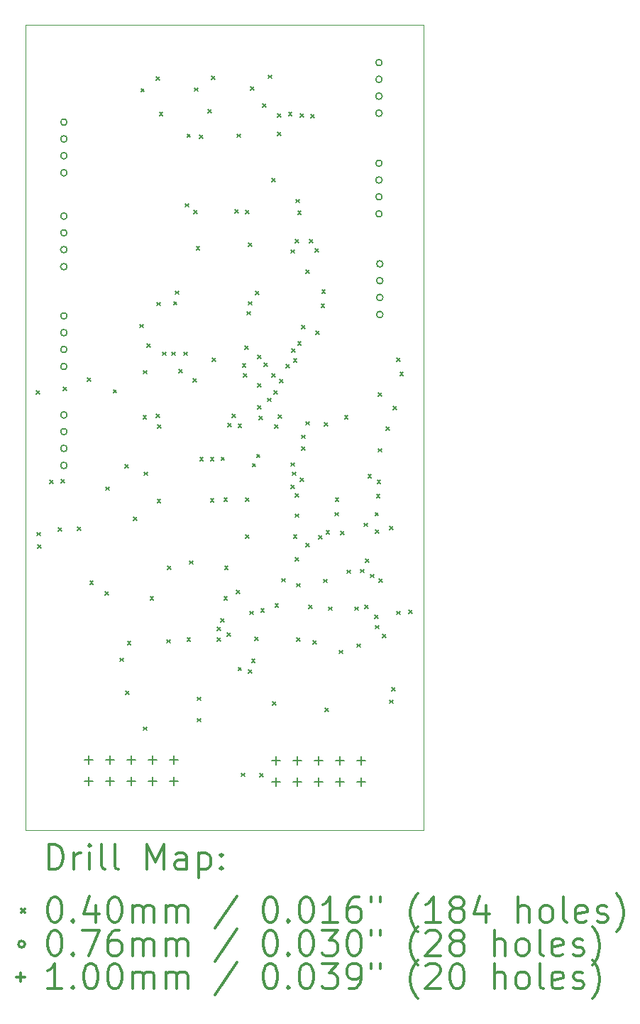
<source format=gbr>
%FSLAX45Y45*%
G04 Gerber Fmt 4.5, Leading zero omitted, Abs format (unit mm)*
G04 Created by KiCad (PCBNEW 5.1.9+dfsg1-1) date 2022-02-13 09:10:32*
%MOMM*%
%LPD*%
G01*
G04 APERTURE LIST*
%TA.AperFunction,Profile*%
%ADD10C,0.100000*%
%TD*%
%ADD11C,0.200000*%
%ADD12C,0.300000*%
G04 APERTURE END LIST*
D10*
X15950000Y-3900000D02*
X15950000Y-13500000D01*
X11200000Y-3900000D02*
X15950000Y-3900000D01*
X11200000Y-13500000D02*
X11200000Y-3900000D01*
X15950000Y-13500000D02*
X11200000Y-13500000D01*
D11*
X11329996Y-8260000D02*
X11369996Y-8300000D01*
X11369996Y-8260000D02*
X11329996Y-8300000D01*
X11340000Y-9950000D02*
X11380000Y-9990000D01*
X11380000Y-9950000D02*
X11340000Y-9990000D01*
X11349000Y-10099000D02*
X11389000Y-10139000D01*
X11389000Y-10099000D02*
X11349000Y-10139000D01*
X11490000Y-9330000D02*
X11530000Y-9370000D01*
X11530000Y-9330000D02*
X11490000Y-9370000D01*
X11596000Y-9894000D02*
X11636000Y-9934000D01*
X11636000Y-9894000D02*
X11596000Y-9934000D01*
X11630000Y-9320000D02*
X11670000Y-9360000D01*
X11670000Y-9320000D02*
X11630000Y-9360000D01*
X11650000Y-8220000D02*
X11690000Y-8260000D01*
X11690000Y-8220000D02*
X11650000Y-8260000D01*
X11820000Y-9890000D02*
X11860000Y-9930000D01*
X11860000Y-9890000D02*
X11820000Y-9930000D01*
X11940000Y-8110000D02*
X11980000Y-8150000D01*
X11980000Y-8110000D02*
X11940000Y-8150000D01*
X11970000Y-10530000D02*
X12010000Y-10570000D01*
X12010000Y-10530000D02*
X11970000Y-10570000D01*
X12150000Y-10660000D02*
X12190000Y-10700000D01*
X12190000Y-10660000D02*
X12150000Y-10700000D01*
X12160000Y-9410000D02*
X12200000Y-9450000D01*
X12200000Y-9410000D02*
X12160000Y-9450000D01*
X12250000Y-8250000D02*
X12290000Y-8290000D01*
X12290000Y-8250000D02*
X12250000Y-8290000D01*
X12330000Y-11450000D02*
X12370000Y-11490000D01*
X12370000Y-11450000D02*
X12330000Y-11490000D01*
X12390000Y-9140000D02*
X12430000Y-9180000D01*
X12430000Y-9140000D02*
X12390000Y-9180000D01*
X12395972Y-11845972D02*
X12435972Y-11885972D01*
X12435972Y-11845972D02*
X12395972Y-11885972D01*
X12420000Y-11250000D02*
X12460000Y-11290000D01*
X12460000Y-11250000D02*
X12420000Y-11290000D01*
X12490000Y-9770000D02*
X12530000Y-9810000D01*
X12530000Y-9770000D02*
X12490000Y-9810000D01*
X12570000Y-7470000D02*
X12610000Y-7510000D01*
X12610000Y-7470000D02*
X12570000Y-7510000D01*
X12580000Y-4660000D02*
X12620000Y-4700000D01*
X12620000Y-4660000D02*
X12580000Y-4700000D01*
X12604529Y-8555471D02*
X12644529Y-8595471D01*
X12644529Y-8555471D02*
X12604529Y-8595471D01*
X12610000Y-8020000D02*
X12650000Y-8060000D01*
X12650000Y-8020000D02*
X12610000Y-8060000D01*
X12610000Y-12270000D02*
X12650000Y-12310000D01*
X12650000Y-12270000D02*
X12610000Y-12310000D01*
X12620000Y-9230000D02*
X12660000Y-9270000D01*
X12660000Y-9230000D02*
X12620000Y-9270000D01*
X12650000Y-7700000D02*
X12690000Y-7740000D01*
X12690000Y-7700000D02*
X12650000Y-7740000D01*
X12690000Y-10720000D02*
X12730000Y-10760000D01*
X12730000Y-10720000D02*
X12690000Y-10760000D01*
X12760000Y-8540000D02*
X12800000Y-8580000D01*
X12800000Y-8540000D02*
X12760000Y-8580000D01*
X12760750Y-4520750D02*
X12800750Y-4560750D01*
X12800750Y-4520750D02*
X12760750Y-4560750D01*
X12772000Y-7208000D02*
X12812000Y-7248000D01*
X12812000Y-7208000D02*
X12772000Y-7248000D01*
X12775500Y-9554500D02*
X12815500Y-9594500D01*
X12815500Y-9554500D02*
X12775500Y-9594500D01*
X12779700Y-8667000D02*
X12819700Y-8707000D01*
X12819700Y-8667000D02*
X12779700Y-8707000D01*
X12800000Y-4940000D02*
X12840000Y-4980000D01*
X12840000Y-4940000D02*
X12800000Y-4980000D01*
X12840000Y-7800000D02*
X12880000Y-7840000D01*
X12880000Y-7800000D02*
X12840000Y-7840000D01*
X12890000Y-11230000D02*
X12930000Y-11270000D01*
X12930000Y-11230000D02*
X12890000Y-11270000D01*
X12900000Y-10350000D02*
X12940000Y-10390000D01*
X12940000Y-10350000D02*
X12900000Y-10390000D01*
X12950000Y-7800000D02*
X12990000Y-7840000D01*
X12990000Y-7800000D02*
X12950000Y-7840000D01*
X12970000Y-7200000D02*
X13010000Y-7240000D01*
X13010000Y-7200000D02*
X12970000Y-7240000D01*
X12989700Y-7073000D02*
X13029700Y-7113000D01*
X13029700Y-7073000D02*
X12989700Y-7113000D01*
X13030000Y-8010000D02*
X13070000Y-8050000D01*
X13070000Y-8010000D02*
X13030000Y-8050000D01*
X13090000Y-7800000D02*
X13130000Y-7840000D01*
X13130000Y-7800000D02*
X13090000Y-7840000D01*
X13110000Y-6030000D02*
X13150000Y-6070000D01*
X13150000Y-6030000D02*
X13110000Y-6070000D01*
X13130000Y-5200000D02*
X13170000Y-5240000D01*
X13170000Y-5200000D02*
X13130000Y-5240000D01*
X13130000Y-11210000D02*
X13170000Y-11250000D01*
X13170000Y-11210000D02*
X13130000Y-11250000D01*
X13160000Y-10290000D02*
X13200000Y-10330000D01*
X13200000Y-10290000D02*
X13160000Y-10330000D01*
X13200000Y-8120000D02*
X13240000Y-8160000D01*
X13240000Y-8120000D02*
X13200000Y-8160000D01*
X13210500Y-6110500D02*
X13250500Y-6150500D01*
X13250500Y-6110500D02*
X13210500Y-6150500D01*
X13220000Y-4650000D02*
X13260000Y-4690000D01*
X13260000Y-4650000D02*
X13220000Y-4690000D01*
X13240000Y-6540000D02*
X13280000Y-6580000D01*
X13280000Y-6540000D02*
X13240000Y-6580000D01*
X13250000Y-12170000D02*
X13290000Y-12210000D01*
X13290000Y-12170000D02*
X13250000Y-12210000D01*
X13255000Y-11915000D02*
X13295000Y-11955000D01*
X13295000Y-11915000D02*
X13255000Y-11955000D01*
X13277500Y-5212500D02*
X13317500Y-5252500D01*
X13317500Y-5212500D02*
X13277500Y-5252500D01*
X13283500Y-9056500D02*
X13323500Y-9096500D01*
X13323500Y-9056500D02*
X13283500Y-9096500D01*
X13380000Y-4910000D02*
X13420000Y-4950000D01*
X13420000Y-4910000D02*
X13380000Y-4950000D01*
X13410500Y-9060500D02*
X13450500Y-9100500D01*
X13450500Y-9060500D02*
X13410500Y-9100500D01*
X13410500Y-9550500D02*
X13450500Y-9590500D01*
X13450500Y-9550500D02*
X13410500Y-9590500D01*
X13423090Y-4513091D02*
X13463090Y-4553091D01*
X13463090Y-4513091D02*
X13423090Y-4553091D01*
X13430000Y-7870000D02*
X13470000Y-7910000D01*
X13470000Y-7870000D02*
X13430000Y-7910000D01*
X13490000Y-11080000D02*
X13530000Y-11120000D01*
X13530000Y-11080000D02*
X13490000Y-11120000D01*
X13490000Y-11210000D02*
X13530000Y-11250000D01*
X13530000Y-11210000D02*
X13490000Y-11250000D01*
X13530000Y-10980000D02*
X13570000Y-11020000D01*
X13570000Y-10980000D02*
X13530000Y-11020000D01*
X13537500Y-9052500D02*
X13577500Y-9092500D01*
X13577500Y-9052500D02*
X13537500Y-9092500D01*
X13570000Y-9540000D02*
X13610000Y-9580000D01*
X13610000Y-9540000D02*
X13570000Y-9580000D01*
X13570000Y-10720000D02*
X13610000Y-10760000D01*
X13610000Y-10720000D02*
X13570000Y-10760000D01*
X13580000Y-10350000D02*
X13620000Y-10390000D01*
X13620000Y-10350000D02*
X13580000Y-10390000D01*
X13610000Y-11150000D02*
X13650000Y-11190000D01*
X13650000Y-11150000D02*
X13610000Y-11190000D01*
X13620000Y-8650000D02*
X13660000Y-8690000D01*
X13660000Y-8650000D02*
X13620000Y-8690000D01*
X13670000Y-8540000D02*
X13710000Y-8580000D01*
X13710000Y-8540000D02*
X13670000Y-8580000D01*
X13700000Y-6100000D02*
X13740000Y-6140000D01*
X13740000Y-6100000D02*
X13700000Y-6140000D01*
X13720000Y-10640000D02*
X13760000Y-10680000D01*
X13760000Y-10640000D02*
X13720000Y-10680000D01*
X13730000Y-5200000D02*
X13770000Y-5240000D01*
X13770000Y-5200000D02*
X13730000Y-5240000D01*
X13740000Y-8660000D02*
X13780000Y-8700000D01*
X13780000Y-8660000D02*
X13740000Y-8700000D01*
X13740000Y-11560000D02*
X13780000Y-11600000D01*
X13780000Y-11560000D02*
X13740000Y-11600000D01*
X13780000Y-12820000D02*
X13820000Y-12860000D01*
X13820000Y-12820000D02*
X13780000Y-12860000D01*
X13790000Y-7940000D02*
X13830000Y-7980000D01*
X13830000Y-7940000D02*
X13790000Y-7980000D01*
X13802700Y-8060000D02*
X13842700Y-8100000D01*
X13842700Y-8060000D02*
X13802700Y-8100000D01*
X13820000Y-7730000D02*
X13860000Y-7770000D01*
X13860000Y-7730000D02*
X13820000Y-7770000D01*
X13830000Y-6110000D02*
X13870000Y-6150000D01*
X13870000Y-6110000D02*
X13830000Y-6150000D01*
X13830000Y-9540000D02*
X13870000Y-9580000D01*
X13870000Y-9540000D02*
X13830000Y-9580000D01*
X13830000Y-9980000D02*
X13870000Y-10020000D01*
X13870000Y-9980000D02*
X13830000Y-10020000D01*
X13848650Y-7318650D02*
X13888650Y-7358650D01*
X13888650Y-7318650D02*
X13848650Y-7358650D01*
X13860000Y-6500000D02*
X13900000Y-6540000D01*
X13900000Y-6500000D02*
X13860000Y-6540000D01*
X13860000Y-7200000D02*
X13900000Y-7240000D01*
X13900000Y-7200000D02*
X13860000Y-7240000D01*
X13860000Y-11590000D02*
X13900000Y-11630000D01*
X13900000Y-11590000D02*
X13860000Y-11630000D01*
X13880000Y-10890000D02*
X13920000Y-10930000D01*
X13920000Y-10890000D02*
X13880000Y-10930000D01*
X13889000Y-4639000D02*
X13929000Y-4679000D01*
X13929000Y-4639000D02*
X13889000Y-4679000D01*
X13900000Y-11460000D02*
X13940000Y-11500000D01*
X13940000Y-11460000D02*
X13900000Y-11500000D01*
X13910000Y-9130000D02*
X13950000Y-9170000D01*
X13950000Y-9130000D02*
X13910000Y-9170000D01*
X13940000Y-11200000D02*
X13980000Y-11240000D01*
X13980000Y-11200000D02*
X13940000Y-11240000D01*
X13945000Y-7075000D02*
X13985000Y-7115000D01*
X13985000Y-7075000D02*
X13945000Y-7115000D01*
X13960000Y-9020000D02*
X14000000Y-9060000D01*
X14000000Y-9020000D02*
X13960000Y-9060000D01*
X13970000Y-7840000D02*
X14010000Y-7880000D01*
X14010000Y-7840000D02*
X13970000Y-7880000D01*
X13970000Y-8180000D02*
X14010000Y-8220000D01*
X14010000Y-8180000D02*
X13970000Y-8220000D01*
X13970000Y-8440000D02*
X14010000Y-8480000D01*
X14010000Y-8440000D02*
X13970000Y-8480000D01*
X13990000Y-8567300D02*
X14030000Y-8607300D01*
X14030000Y-8567300D02*
X13990000Y-8607300D01*
X13995000Y-12825000D02*
X14035000Y-12865000D01*
X14035000Y-12825000D02*
X13995000Y-12865000D01*
X14010000Y-10860000D02*
X14050000Y-10900000D01*
X14050000Y-10860000D02*
X14010000Y-10900000D01*
X14030000Y-4840000D02*
X14070000Y-4880000D01*
X14070000Y-4840000D02*
X14030000Y-4880000D01*
X14050000Y-7930000D02*
X14090000Y-7970000D01*
X14090000Y-7930000D02*
X14050000Y-7970000D01*
X14090000Y-8350000D02*
X14130000Y-8390000D01*
X14130000Y-8350000D02*
X14090000Y-8390000D01*
X14098090Y-4498091D02*
X14138090Y-4538091D01*
X14138090Y-4498091D02*
X14098090Y-4538091D01*
X14140000Y-5730000D02*
X14180000Y-5770000D01*
X14180000Y-5730000D02*
X14140000Y-5770000D01*
X14140000Y-8060000D02*
X14180000Y-8100000D01*
X14180000Y-8060000D02*
X14140000Y-8100000D01*
X14150000Y-11970000D02*
X14190000Y-12010000D01*
X14190000Y-11970000D02*
X14150000Y-12010000D01*
X14170000Y-8260000D02*
X14210000Y-8300000D01*
X14210000Y-8260000D02*
X14170000Y-8300000D01*
X14173323Y-8670000D02*
X14213323Y-8710000D01*
X14213323Y-8670000D02*
X14173323Y-8710000D01*
X14180000Y-10800000D02*
X14220000Y-10840000D01*
X14220000Y-10800000D02*
X14180000Y-10840000D01*
X14210000Y-4960000D02*
X14250000Y-5000000D01*
X14250000Y-4960000D02*
X14210000Y-5000000D01*
X14210000Y-5180000D02*
X14250000Y-5220000D01*
X14250000Y-5180000D02*
X14210000Y-5220000D01*
X14220000Y-8550000D02*
X14260000Y-8590000D01*
X14260000Y-8550000D02*
X14220000Y-8590000D01*
X14234999Y-8125001D02*
X14274999Y-8165001D01*
X14274999Y-8125001D02*
X14234999Y-8165001D01*
X14260000Y-10500000D02*
X14300000Y-10540000D01*
X14300000Y-10500000D02*
X14260000Y-10540000D01*
X14310000Y-7950000D02*
X14350000Y-7990000D01*
X14350000Y-7950000D02*
X14310000Y-7990000D01*
X14340000Y-4940000D02*
X14380000Y-4980000D01*
X14380000Y-4940000D02*
X14340000Y-4980000D01*
X14370000Y-6580000D02*
X14410000Y-6620000D01*
X14410000Y-6580000D02*
X14370000Y-6620000D01*
X14370000Y-9120000D02*
X14410000Y-9160000D01*
X14410000Y-9120000D02*
X14370000Y-9160000D01*
X14370000Y-9390000D02*
X14410000Y-9430000D01*
X14410000Y-9390000D02*
X14370000Y-9430000D01*
X14380000Y-7760000D02*
X14420000Y-7800000D01*
X14420000Y-7760000D02*
X14380000Y-7800000D01*
X14390000Y-9230000D02*
X14430000Y-9270000D01*
X14430000Y-9230000D02*
X14390000Y-9270000D01*
X14400000Y-7880000D02*
X14440000Y-7920000D01*
X14440000Y-7880000D02*
X14400000Y-7920000D01*
X14400000Y-9980000D02*
X14440000Y-10020000D01*
X14440000Y-9980000D02*
X14400000Y-10020000D01*
X14420000Y-6460000D02*
X14460000Y-6500000D01*
X14460000Y-6460000D02*
X14420000Y-6500000D01*
X14420000Y-9490000D02*
X14460000Y-9530000D01*
X14460000Y-9490000D02*
X14420000Y-9530000D01*
X14420000Y-9730000D02*
X14460000Y-9770000D01*
X14460000Y-9730000D02*
X14420000Y-9770000D01*
X14420000Y-10250000D02*
X14460000Y-10290000D01*
X14460000Y-10250000D02*
X14420000Y-10290000D01*
X14430000Y-5980000D02*
X14470000Y-6020000D01*
X14470000Y-5980000D02*
X14430000Y-6020000D01*
X14436500Y-11206500D02*
X14476500Y-11246500D01*
X14476500Y-11206500D02*
X14436500Y-11246500D01*
X14440000Y-10560000D02*
X14480000Y-10600000D01*
X14480000Y-10560000D02*
X14440000Y-10600000D01*
X14450000Y-6120000D02*
X14490000Y-6160000D01*
X14490000Y-6120000D02*
X14450000Y-6160000D01*
X14450000Y-7680000D02*
X14490000Y-7720000D01*
X14490000Y-7680000D02*
X14450000Y-7720000D01*
X14480000Y-4960000D02*
X14520000Y-5000000D01*
X14520000Y-4960000D02*
X14480000Y-5000000D01*
X14480000Y-9300000D02*
X14520000Y-9340000D01*
X14520000Y-9300000D02*
X14480000Y-9340000D01*
X14500000Y-7480000D02*
X14540000Y-7520000D01*
X14540000Y-7480000D02*
X14500000Y-7520000D01*
X14500000Y-8790000D02*
X14540000Y-8830000D01*
X14540000Y-8790000D02*
X14500000Y-8830000D01*
X14500000Y-8930000D02*
X14540000Y-8970000D01*
X14540000Y-8930000D02*
X14500000Y-8970000D01*
X14550000Y-6820000D02*
X14590000Y-6860000D01*
X14590000Y-6820000D02*
X14550000Y-6860000D01*
X14550000Y-8630000D02*
X14590000Y-8670000D01*
X14590000Y-8630000D02*
X14550000Y-8670000D01*
X14550000Y-10080000D02*
X14590000Y-10120000D01*
X14590000Y-10080000D02*
X14550000Y-10120000D01*
X14580000Y-10820000D02*
X14620000Y-10860000D01*
X14620000Y-10820000D02*
X14580000Y-10860000D01*
X14590000Y-6460000D02*
X14630000Y-6500000D01*
X14630000Y-6460000D02*
X14590000Y-6500000D01*
X14610000Y-4970000D02*
X14650000Y-5010000D01*
X14650000Y-4970000D02*
X14610000Y-5010000D01*
X14630000Y-11240000D02*
X14670000Y-11280000D01*
X14670000Y-11240000D02*
X14630000Y-11280000D01*
X14660000Y-6570000D02*
X14700000Y-6610000D01*
X14700000Y-6570000D02*
X14660000Y-6610000D01*
X14667500Y-7552500D02*
X14707500Y-7592500D01*
X14707500Y-7552500D02*
X14667500Y-7592500D01*
X14700000Y-9990000D02*
X14740000Y-10030000D01*
X14740000Y-9990000D02*
X14700000Y-10030000D01*
X14730000Y-7230000D02*
X14770000Y-7270000D01*
X14770000Y-7230000D02*
X14730000Y-7270000D01*
X14740000Y-7060000D02*
X14780000Y-7100000D01*
X14780000Y-7060000D02*
X14740000Y-7100000D01*
X14760000Y-10510000D02*
X14800000Y-10550000D01*
X14800000Y-10510000D02*
X14760000Y-10550000D01*
X14770000Y-8640000D02*
X14810000Y-8680000D01*
X14810000Y-8640000D02*
X14770000Y-8680000D01*
X14775000Y-12045000D02*
X14815000Y-12085000D01*
X14815000Y-12045000D02*
X14775000Y-12085000D01*
X14790000Y-9930000D02*
X14830000Y-9970000D01*
X14830000Y-9930000D02*
X14790000Y-9970000D01*
X14820000Y-10840000D02*
X14860000Y-10880000D01*
X14860000Y-10840000D02*
X14820000Y-10880000D01*
X14895500Y-9714500D02*
X14935500Y-9754500D01*
X14935500Y-9714500D02*
X14895500Y-9754500D01*
X14900000Y-9540000D02*
X14940000Y-9580000D01*
X14940000Y-9540000D02*
X14900000Y-9580000D01*
X14944500Y-11355500D02*
X14984500Y-11395500D01*
X14984500Y-11355500D02*
X14944500Y-11395500D01*
X14962500Y-9937500D02*
X15002500Y-9977500D01*
X15002500Y-9937500D02*
X14962500Y-9977500D01*
X15010000Y-8560000D02*
X15050000Y-8600000D01*
X15050000Y-8560000D02*
X15010000Y-8600000D01*
X15040000Y-10400000D02*
X15080000Y-10440000D01*
X15080000Y-10400000D02*
X15040000Y-10440000D01*
X15130000Y-10840000D02*
X15170000Y-10880000D01*
X15170000Y-10840000D02*
X15130000Y-10880000D01*
X15160000Y-11280000D02*
X15200000Y-11320000D01*
X15200000Y-11280000D02*
X15160000Y-11320000D01*
X15200000Y-10390000D02*
X15240000Y-10430000D01*
X15240000Y-10390000D02*
X15200000Y-10430000D01*
X15240000Y-9840000D02*
X15280000Y-9880000D01*
X15280000Y-9840000D02*
X15240000Y-9880000D01*
X15250000Y-10820000D02*
X15290000Y-10860000D01*
X15290000Y-10820000D02*
X15250000Y-10860000D01*
X15260000Y-10270000D02*
X15300000Y-10310000D01*
X15300000Y-10270000D02*
X15260000Y-10310000D01*
X15290000Y-9260000D02*
X15330000Y-9300000D01*
X15330000Y-9260000D02*
X15290000Y-9300000D01*
X15320000Y-10450000D02*
X15360000Y-10490000D01*
X15360000Y-10450000D02*
X15320000Y-10490000D01*
X15370000Y-10940000D02*
X15410000Y-10980000D01*
X15410000Y-10940000D02*
X15370000Y-10980000D01*
X15374500Y-9714500D02*
X15414500Y-9754500D01*
X15414500Y-9714500D02*
X15374500Y-9754500D01*
X15380000Y-9920000D02*
X15420000Y-9960000D01*
X15420000Y-9920000D02*
X15380000Y-9960000D01*
X15380000Y-11060000D02*
X15420000Y-11100000D01*
X15420000Y-11060000D02*
X15380000Y-11100000D01*
X15390000Y-9500000D02*
X15430000Y-9540000D01*
X15430000Y-9500000D02*
X15390000Y-9540000D01*
X15400000Y-9330000D02*
X15440000Y-9370000D01*
X15440000Y-9330000D02*
X15400000Y-9370000D01*
X15410000Y-8290000D02*
X15450000Y-8330000D01*
X15450000Y-8290000D02*
X15410000Y-8330000D01*
X15412500Y-8952500D02*
X15452500Y-8992500D01*
X15452500Y-8952500D02*
X15412500Y-8992500D01*
X15417500Y-10507500D02*
X15457500Y-10547500D01*
X15457500Y-10507500D02*
X15417500Y-10547500D01*
X15465000Y-11165000D02*
X15505000Y-11205000D01*
X15505000Y-11165000D02*
X15465000Y-11205000D01*
X15505000Y-8695000D02*
X15545000Y-8735000D01*
X15545000Y-8695000D02*
X15505000Y-8735000D01*
X15550000Y-9880000D02*
X15590000Y-9920000D01*
X15590000Y-9880000D02*
X15550000Y-9920000D01*
X15550000Y-11950000D02*
X15590000Y-11990000D01*
X15590000Y-11950000D02*
X15550000Y-11990000D01*
X15570000Y-11800000D02*
X15610000Y-11840000D01*
X15610000Y-11800000D02*
X15570000Y-11840000D01*
X15590000Y-8450000D02*
X15630000Y-8490000D01*
X15630000Y-8450000D02*
X15590000Y-8490000D01*
X15630000Y-7870000D02*
X15670000Y-7910000D01*
X15670000Y-7870000D02*
X15630000Y-7910000D01*
X15630000Y-10890000D02*
X15670000Y-10930000D01*
X15670000Y-10890000D02*
X15630000Y-10930000D01*
X15670000Y-8040000D02*
X15710000Y-8080000D01*
X15710000Y-8040000D02*
X15670000Y-8080000D01*
X15775001Y-10874999D02*
X15815001Y-10914999D01*
X15815001Y-10874999D02*
X15775001Y-10914999D01*
X11698100Y-5060000D02*
G75*
G03*
X11698100Y-5060000I-38100J0D01*
G01*
X11698100Y-5260000D02*
G75*
G03*
X11698100Y-5260000I-38100J0D01*
G01*
X11698100Y-5460000D02*
G75*
G03*
X11698100Y-5460000I-38100J0D01*
G01*
X11698100Y-5663200D02*
G75*
G03*
X11698100Y-5663200I-38100J0D01*
G01*
X11698100Y-6180000D02*
G75*
G03*
X11698100Y-6180000I-38100J0D01*
G01*
X11698100Y-6380000D02*
G75*
G03*
X11698100Y-6380000I-38100J0D01*
G01*
X11698100Y-6580000D02*
G75*
G03*
X11698100Y-6580000I-38100J0D01*
G01*
X11698100Y-6783200D02*
G75*
G03*
X11698100Y-6783200I-38100J0D01*
G01*
X11698100Y-7370000D02*
G75*
G03*
X11698100Y-7370000I-38100J0D01*
G01*
X11698100Y-7570000D02*
G75*
G03*
X11698100Y-7570000I-38100J0D01*
G01*
X11698100Y-7770000D02*
G75*
G03*
X11698100Y-7770000I-38100J0D01*
G01*
X11698100Y-7973200D02*
G75*
G03*
X11698100Y-7973200I-38100J0D01*
G01*
X11698100Y-8550000D02*
G75*
G03*
X11698100Y-8550000I-38100J0D01*
G01*
X11698100Y-8750000D02*
G75*
G03*
X11698100Y-8750000I-38100J0D01*
G01*
X11698100Y-8950000D02*
G75*
G03*
X11698100Y-8950000I-38100J0D01*
G01*
X11698100Y-9153200D02*
G75*
G03*
X11698100Y-9153200I-38100J0D01*
G01*
X15458100Y-4350000D02*
G75*
G03*
X15458100Y-4350000I-38100J0D01*
G01*
X15458100Y-4550000D02*
G75*
G03*
X15458100Y-4550000I-38100J0D01*
G01*
X15458100Y-4750000D02*
G75*
G03*
X15458100Y-4750000I-38100J0D01*
G01*
X15458100Y-4953200D02*
G75*
G03*
X15458100Y-4953200I-38100J0D01*
G01*
X15458100Y-5550000D02*
G75*
G03*
X15458100Y-5550000I-38100J0D01*
G01*
X15458100Y-5750000D02*
G75*
G03*
X15458100Y-5750000I-38100J0D01*
G01*
X15458100Y-5950000D02*
G75*
G03*
X15458100Y-5950000I-38100J0D01*
G01*
X15458100Y-6153200D02*
G75*
G03*
X15458100Y-6153200I-38100J0D01*
G01*
X15468100Y-6750000D02*
G75*
G03*
X15468100Y-6750000I-38100J0D01*
G01*
X15468100Y-6950000D02*
G75*
G03*
X15468100Y-6950000I-38100J0D01*
G01*
X15468100Y-7150000D02*
G75*
G03*
X15468100Y-7150000I-38100J0D01*
G01*
X15468100Y-7353200D02*
G75*
G03*
X15468100Y-7353200I-38100J0D01*
G01*
X11954000Y-12616000D02*
X11954000Y-12716000D01*
X11904000Y-12666000D02*
X12004000Y-12666000D01*
X11954000Y-12870000D02*
X11954000Y-12970000D01*
X11904000Y-12920000D02*
X12004000Y-12920000D01*
X12208000Y-12616000D02*
X12208000Y-12716000D01*
X12158000Y-12666000D02*
X12258000Y-12666000D01*
X12208000Y-12870000D02*
X12208000Y-12970000D01*
X12158000Y-12920000D02*
X12258000Y-12920000D01*
X12462000Y-12616000D02*
X12462000Y-12716000D01*
X12412000Y-12666000D02*
X12512000Y-12666000D01*
X12462000Y-12870000D02*
X12462000Y-12970000D01*
X12412000Y-12920000D02*
X12512000Y-12920000D01*
X12716000Y-12616000D02*
X12716000Y-12716000D01*
X12666000Y-12666000D02*
X12766000Y-12666000D01*
X12716000Y-12870000D02*
X12716000Y-12970000D01*
X12666000Y-12920000D02*
X12766000Y-12920000D01*
X12970000Y-12616000D02*
X12970000Y-12716000D01*
X12920000Y-12666000D02*
X13020000Y-12666000D01*
X12970000Y-12870000D02*
X12970000Y-12970000D01*
X12920000Y-12920000D02*
X13020000Y-12920000D01*
X14190000Y-12620000D02*
X14190000Y-12720000D01*
X14140000Y-12670000D02*
X14240000Y-12670000D01*
X14190000Y-12874000D02*
X14190000Y-12974000D01*
X14140000Y-12924000D02*
X14240000Y-12924000D01*
X14444000Y-12620000D02*
X14444000Y-12720000D01*
X14394000Y-12670000D02*
X14494000Y-12670000D01*
X14444000Y-12874000D02*
X14444000Y-12974000D01*
X14394000Y-12924000D02*
X14494000Y-12924000D01*
X14698000Y-12620000D02*
X14698000Y-12720000D01*
X14648000Y-12670000D02*
X14748000Y-12670000D01*
X14698000Y-12874000D02*
X14698000Y-12974000D01*
X14648000Y-12924000D02*
X14748000Y-12924000D01*
X14952000Y-12620000D02*
X14952000Y-12720000D01*
X14902000Y-12670000D02*
X15002000Y-12670000D01*
X14952000Y-12874000D02*
X14952000Y-12974000D01*
X14902000Y-12924000D02*
X15002000Y-12924000D01*
X15206000Y-12620000D02*
X15206000Y-12720000D01*
X15156000Y-12670000D02*
X15256000Y-12670000D01*
X15206000Y-12874000D02*
X15206000Y-12974000D01*
X15156000Y-12924000D02*
X15256000Y-12924000D01*
D12*
X11481428Y-13970714D02*
X11481428Y-13670714D01*
X11552857Y-13670714D01*
X11595714Y-13685000D01*
X11624286Y-13713571D01*
X11638571Y-13742143D01*
X11652857Y-13799286D01*
X11652857Y-13842143D01*
X11638571Y-13899286D01*
X11624286Y-13927857D01*
X11595714Y-13956429D01*
X11552857Y-13970714D01*
X11481428Y-13970714D01*
X11781428Y-13970714D02*
X11781428Y-13770714D01*
X11781428Y-13827857D02*
X11795714Y-13799286D01*
X11810000Y-13785000D01*
X11838571Y-13770714D01*
X11867143Y-13770714D01*
X11967143Y-13970714D02*
X11967143Y-13770714D01*
X11967143Y-13670714D02*
X11952857Y-13685000D01*
X11967143Y-13699286D01*
X11981428Y-13685000D01*
X11967143Y-13670714D01*
X11967143Y-13699286D01*
X12152857Y-13970714D02*
X12124286Y-13956429D01*
X12110000Y-13927857D01*
X12110000Y-13670714D01*
X12310000Y-13970714D02*
X12281428Y-13956429D01*
X12267143Y-13927857D01*
X12267143Y-13670714D01*
X12652857Y-13970714D02*
X12652857Y-13670714D01*
X12752857Y-13885000D01*
X12852857Y-13670714D01*
X12852857Y-13970714D01*
X13124286Y-13970714D02*
X13124286Y-13813571D01*
X13110000Y-13785000D01*
X13081428Y-13770714D01*
X13024286Y-13770714D01*
X12995714Y-13785000D01*
X13124286Y-13956429D02*
X13095714Y-13970714D01*
X13024286Y-13970714D01*
X12995714Y-13956429D01*
X12981428Y-13927857D01*
X12981428Y-13899286D01*
X12995714Y-13870714D01*
X13024286Y-13856429D01*
X13095714Y-13856429D01*
X13124286Y-13842143D01*
X13267143Y-13770714D02*
X13267143Y-14070714D01*
X13267143Y-13785000D02*
X13295714Y-13770714D01*
X13352857Y-13770714D01*
X13381428Y-13785000D01*
X13395714Y-13799286D01*
X13410000Y-13827857D01*
X13410000Y-13913571D01*
X13395714Y-13942143D01*
X13381428Y-13956429D01*
X13352857Y-13970714D01*
X13295714Y-13970714D01*
X13267143Y-13956429D01*
X13538571Y-13942143D02*
X13552857Y-13956429D01*
X13538571Y-13970714D01*
X13524286Y-13956429D01*
X13538571Y-13942143D01*
X13538571Y-13970714D01*
X13538571Y-13785000D02*
X13552857Y-13799286D01*
X13538571Y-13813571D01*
X13524286Y-13799286D01*
X13538571Y-13785000D01*
X13538571Y-13813571D01*
X11155000Y-14445000D02*
X11195000Y-14485000D01*
X11195000Y-14445000D02*
X11155000Y-14485000D01*
X11538571Y-14300714D02*
X11567143Y-14300714D01*
X11595714Y-14315000D01*
X11610000Y-14329286D01*
X11624286Y-14357857D01*
X11638571Y-14415000D01*
X11638571Y-14486429D01*
X11624286Y-14543571D01*
X11610000Y-14572143D01*
X11595714Y-14586429D01*
X11567143Y-14600714D01*
X11538571Y-14600714D01*
X11510000Y-14586429D01*
X11495714Y-14572143D01*
X11481428Y-14543571D01*
X11467143Y-14486429D01*
X11467143Y-14415000D01*
X11481428Y-14357857D01*
X11495714Y-14329286D01*
X11510000Y-14315000D01*
X11538571Y-14300714D01*
X11767143Y-14572143D02*
X11781428Y-14586429D01*
X11767143Y-14600714D01*
X11752857Y-14586429D01*
X11767143Y-14572143D01*
X11767143Y-14600714D01*
X12038571Y-14400714D02*
X12038571Y-14600714D01*
X11967143Y-14286429D02*
X11895714Y-14500714D01*
X12081428Y-14500714D01*
X12252857Y-14300714D02*
X12281428Y-14300714D01*
X12310000Y-14315000D01*
X12324286Y-14329286D01*
X12338571Y-14357857D01*
X12352857Y-14415000D01*
X12352857Y-14486429D01*
X12338571Y-14543571D01*
X12324286Y-14572143D01*
X12310000Y-14586429D01*
X12281428Y-14600714D01*
X12252857Y-14600714D01*
X12224286Y-14586429D01*
X12210000Y-14572143D01*
X12195714Y-14543571D01*
X12181428Y-14486429D01*
X12181428Y-14415000D01*
X12195714Y-14357857D01*
X12210000Y-14329286D01*
X12224286Y-14315000D01*
X12252857Y-14300714D01*
X12481428Y-14600714D02*
X12481428Y-14400714D01*
X12481428Y-14429286D02*
X12495714Y-14415000D01*
X12524286Y-14400714D01*
X12567143Y-14400714D01*
X12595714Y-14415000D01*
X12610000Y-14443571D01*
X12610000Y-14600714D01*
X12610000Y-14443571D02*
X12624286Y-14415000D01*
X12652857Y-14400714D01*
X12695714Y-14400714D01*
X12724286Y-14415000D01*
X12738571Y-14443571D01*
X12738571Y-14600714D01*
X12881428Y-14600714D02*
X12881428Y-14400714D01*
X12881428Y-14429286D02*
X12895714Y-14415000D01*
X12924286Y-14400714D01*
X12967143Y-14400714D01*
X12995714Y-14415000D01*
X13010000Y-14443571D01*
X13010000Y-14600714D01*
X13010000Y-14443571D02*
X13024286Y-14415000D01*
X13052857Y-14400714D01*
X13095714Y-14400714D01*
X13124286Y-14415000D01*
X13138571Y-14443571D01*
X13138571Y-14600714D01*
X13724286Y-14286429D02*
X13467143Y-14672143D01*
X14110000Y-14300714D02*
X14138571Y-14300714D01*
X14167143Y-14315000D01*
X14181428Y-14329286D01*
X14195714Y-14357857D01*
X14210000Y-14415000D01*
X14210000Y-14486429D01*
X14195714Y-14543571D01*
X14181428Y-14572143D01*
X14167143Y-14586429D01*
X14138571Y-14600714D01*
X14110000Y-14600714D01*
X14081428Y-14586429D01*
X14067143Y-14572143D01*
X14052857Y-14543571D01*
X14038571Y-14486429D01*
X14038571Y-14415000D01*
X14052857Y-14357857D01*
X14067143Y-14329286D01*
X14081428Y-14315000D01*
X14110000Y-14300714D01*
X14338571Y-14572143D02*
X14352857Y-14586429D01*
X14338571Y-14600714D01*
X14324286Y-14586429D01*
X14338571Y-14572143D01*
X14338571Y-14600714D01*
X14538571Y-14300714D02*
X14567143Y-14300714D01*
X14595714Y-14315000D01*
X14610000Y-14329286D01*
X14624286Y-14357857D01*
X14638571Y-14415000D01*
X14638571Y-14486429D01*
X14624286Y-14543571D01*
X14610000Y-14572143D01*
X14595714Y-14586429D01*
X14567143Y-14600714D01*
X14538571Y-14600714D01*
X14510000Y-14586429D01*
X14495714Y-14572143D01*
X14481428Y-14543571D01*
X14467143Y-14486429D01*
X14467143Y-14415000D01*
X14481428Y-14357857D01*
X14495714Y-14329286D01*
X14510000Y-14315000D01*
X14538571Y-14300714D01*
X14924286Y-14600714D02*
X14752857Y-14600714D01*
X14838571Y-14600714D02*
X14838571Y-14300714D01*
X14810000Y-14343571D01*
X14781428Y-14372143D01*
X14752857Y-14386429D01*
X15181428Y-14300714D02*
X15124286Y-14300714D01*
X15095714Y-14315000D01*
X15081428Y-14329286D01*
X15052857Y-14372143D01*
X15038571Y-14429286D01*
X15038571Y-14543571D01*
X15052857Y-14572143D01*
X15067143Y-14586429D01*
X15095714Y-14600714D01*
X15152857Y-14600714D01*
X15181428Y-14586429D01*
X15195714Y-14572143D01*
X15210000Y-14543571D01*
X15210000Y-14472143D01*
X15195714Y-14443571D01*
X15181428Y-14429286D01*
X15152857Y-14415000D01*
X15095714Y-14415000D01*
X15067143Y-14429286D01*
X15052857Y-14443571D01*
X15038571Y-14472143D01*
X15324286Y-14300714D02*
X15324286Y-14357857D01*
X15438571Y-14300714D02*
X15438571Y-14357857D01*
X15881428Y-14715000D02*
X15867143Y-14700714D01*
X15838571Y-14657857D01*
X15824286Y-14629286D01*
X15810000Y-14586429D01*
X15795714Y-14515000D01*
X15795714Y-14457857D01*
X15810000Y-14386429D01*
X15824286Y-14343571D01*
X15838571Y-14315000D01*
X15867143Y-14272143D01*
X15881428Y-14257857D01*
X16152857Y-14600714D02*
X15981428Y-14600714D01*
X16067143Y-14600714D02*
X16067143Y-14300714D01*
X16038571Y-14343571D01*
X16010000Y-14372143D01*
X15981428Y-14386429D01*
X16324286Y-14429286D02*
X16295714Y-14415000D01*
X16281428Y-14400714D01*
X16267143Y-14372143D01*
X16267143Y-14357857D01*
X16281428Y-14329286D01*
X16295714Y-14315000D01*
X16324286Y-14300714D01*
X16381428Y-14300714D01*
X16410000Y-14315000D01*
X16424286Y-14329286D01*
X16438571Y-14357857D01*
X16438571Y-14372143D01*
X16424286Y-14400714D01*
X16410000Y-14415000D01*
X16381428Y-14429286D01*
X16324286Y-14429286D01*
X16295714Y-14443571D01*
X16281428Y-14457857D01*
X16267143Y-14486429D01*
X16267143Y-14543571D01*
X16281428Y-14572143D01*
X16295714Y-14586429D01*
X16324286Y-14600714D01*
X16381428Y-14600714D01*
X16410000Y-14586429D01*
X16424286Y-14572143D01*
X16438571Y-14543571D01*
X16438571Y-14486429D01*
X16424286Y-14457857D01*
X16410000Y-14443571D01*
X16381428Y-14429286D01*
X16695714Y-14400714D02*
X16695714Y-14600714D01*
X16624286Y-14286429D02*
X16552857Y-14500714D01*
X16738571Y-14500714D01*
X17081428Y-14600714D02*
X17081428Y-14300714D01*
X17210000Y-14600714D02*
X17210000Y-14443571D01*
X17195714Y-14415000D01*
X17167143Y-14400714D01*
X17124286Y-14400714D01*
X17095714Y-14415000D01*
X17081428Y-14429286D01*
X17395714Y-14600714D02*
X17367143Y-14586429D01*
X17352857Y-14572143D01*
X17338571Y-14543571D01*
X17338571Y-14457857D01*
X17352857Y-14429286D01*
X17367143Y-14415000D01*
X17395714Y-14400714D01*
X17438571Y-14400714D01*
X17467143Y-14415000D01*
X17481428Y-14429286D01*
X17495714Y-14457857D01*
X17495714Y-14543571D01*
X17481428Y-14572143D01*
X17467143Y-14586429D01*
X17438571Y-14600714D01*
X17395714Y-14600714D01*
X17667143Y-14600714D02*
X17638571Y-14586429D01*
X17624286Y-14557857D01*
X17624286Y-14300714D01*
X17895714Y-14586429D02*
X17867143Y-14600714D01*
X17810000Y-14600714D01*
X17781428Y-14586429D01*
X17767143Y-14557857D01*
X17767143Y-14443571D01*
X17781428Y-14415000D01*
X17810000Y-14400714D01*
X17867143Y-14400714D01*
X17895714Y-14415000D01*
X17910000Y-14443571D01*
X17910000Y-14472143D01*
X17767143Y-14500714D01*
X18024286Y-14586429D02*
X18052857Y-14600714D01*
X18110000Y-14600714D01*
X18138571Y-14586429D01*
X18152857Y-14557857D01*
X18152857Y-14543571D01*
X18138571Y-14515000D01*
X18110000Y-14500714D01*
X18067143Y-14500714D01*
X18038571Y-14486429D01*
X18024286Y-14457857D01*
X18024286Y-14443571D01*
X18038571Y-14415000D01*
X18067143Y-14400714D01*
X18110000Y-14400714D01*
X18138571Y-14415000D01*
X18252857Y-14715000D02*
X18267143Y-14700714D01*
X18295714Y-14657857D01*
X18310000Y-14629286D01*
X18324286Y-14586429D01*
X18338571Y-14515000D01*
X18338571Y-14457857D01*
X18324286Y-14386429D01*
X18310000Y-14343571D01*
X18295714Y-14315000D01*
X18267143Y-14272143D01*
X18252857Y-14257857D01*
X11195000Y-14861000D02*
G75*
G03*
X11195000Y-14861000I-38100J0D01*
G01*
X11538571Y-14696714D02*
X11567143Y-14696714D01*
X11595714Y-14711000D01*
X11610000Y-14725286D01*
X11624286Y-14753857D01*
X11638571Y-14811000D01*
X11638571Y-14882429D01*
X11624286Y-14939571D01*
X11610000Y-14968143D01*
X11595714Y-14982429D01*
X11567143Y-14996714D01*
X11538571Y-14996714D01*
X11510000Y-14982429D01*
X11495714Y-14968143D01*
X11481428Y-14939571D01*
X11467143Y-14882429D01*
X11467143Y-14811000D01*
X11481428Y-14753857D01*
X11495714Y-14725286D01*
X11510000Y-14711000D01*
X11538571Y-14696714D01*
X11767143Y-14968143D02*
X11781428Y-14982429D01*
X11767143Y-14996714D01*
X11752857Y-14982429D01*
X11767143Y-14968143D01*
X11767143Y-14996714D01*
X11881428Y-14696714D02*
X12081428Y-14696714D01*
X11952857Y-14996714D01*
X12324286Y-14696714D02*
X12267143Y-14696714D01*
X12238571Y-14711000D01*
X12224286Y-14725286D01*
X12195714Y-14768143D01*
X12181428Y-14825286D01*
X12181428Y-14939571D01*
X12195714Y-14968143D01*
X12210000Y-14982429D01*
X12238571Y-14996714D01*
X12295714Y-14996714D01*
X12324286Y-14982429D01*
X12338571Y-14968143D01*
X12352857Y-14939571D01*
X12352857Y-14868143D01*
X12338571Y-14839571D01*
X12324286Y-14825286D01*
X12295714Y-14811000D01*
X12238571Y-14811000D01*
X12210000Y-14825286D01*
X12195714Y-14839571D01*
X12181428Y-14868143D01*
X12481428Y-14996714D02*
X12481428Y-14796714D01*
X12481428Y-14825286D02*
X12495714Y-14811000D01*
X12524286Y-14796714D01*
X12567143Y-14796714D01*
X12595714Y-14811000D01*
X12610000Y-14839571D01*
X12610000Y-14996714D01*
X12610000Y-14839571D02*
X12624286Y-14811000D01*
X12652857Y-14796714D01*
X12695714Y-14796714D01*
X12724286Y-14811000D01*
X12738571Y-14839571D01*
X12738571Y-14996714D01*
X12881428Y-14996714D02*
X12881428Y-14796714D01*
X12881428Y-14825286D02*
X12895714Y-14811000D01*
X12924286Y-14796714D01*
X12967143Y-14796714D01*
X12995714Y-14811000D01*
X13010000Y-14839571D01*
X13010000Y-14996714D01*
X13010000Y-14839571D02*
X13024286Y-14811000D01*
X13052857Y-14796714D01*
X13095714Y-14796714D01*
X13124286Y-14811000D01*
X13138571Y-14839571D01*
X13138571Y-14996714D01*
X13724286Y-14682429D02*
X13467143Y-15068143D01*
X14110000Y-14696714D02*
X14138571Y-14696714D01*
X14167143Y-14711000D01*
X14181428Y-14725286D01*
X14195714Y-14753857D01*
X14210000Y-14811000D01*
X14210000Y-14882429D01*
X14195714Y-14939571D01*
X14181428Y-14968143D01*
X14167143Y-14982429D01*
X14138571Y-14996714D01*
X14110000Y-14996714D01*
X14081428Y-14982429D01*
X14067143Y-14968143D01*
X14052857Y-14939571D01*
X14038571Y-14882429D01*
X14038571Y-14811000D01*
X14052857Y-14753857D01*
X14067143Y-14725286D01*
X14081428Y-14711000D01*
X14110000Y-14696714D01*
X14338571Y-14968143D02*
X14352857Y-14982429D01*
X14338571Y-14996714D01*
X14324286Y-14982429D01*
X14338571Y-14968143D01*
X14338571Y-14996714D01*
X14538571Y-14696714D02*
X14567143Y-14696714D01*
X14595714Y-14711000D01*
X14610000Y-14725286D01*
X14624286Y-14753857D01*
X14638571Y-14811000D01*
X14638571Y-14882429D01*
X14624286Y-14939571D01*
X14610000Y-14968143D01*
X14595714Y-14982429D01*
X14567143Y-14996714D01*
X14538571Y-14996714D01*
X14510000Y-14982429D01*
X14495714Y-14968143D01*
X14481428Y-14939571D01*
X14467143Y-14882429D01*
X14467143Y-14811000D01*
X14481428Y-14753857D01*
X14495714Y-14725286D01*
X14510000Y-14711000D01*
X14538571Y-14696714D01*
X14738571Y-14696714D02*
X14924286Y-14696714D01*
X14824286Y-14811000D01*
X14867143Y-14811000D01*
X14895714Y-14825286D01*
X14910000Y-14839571D01*
X14924286Y-14868143D01*
X14924286Y-14939571D01*
X14910000Y-14968143D01*
X14895714Y-14982429D01*
X14867143Y-14996714D01*
X14781428Y-14996714D01*
X14752857Y-14982429D01*
X14738571Y-14968143D01*
X15110000Y-14696714D02*
X15138571Y-14696714D01*
X15167143Y-14711000D01*
X15181428Y-14725286D01*
X15195714Y-14753857D01*
X15210000Y-14811000D01*
X15210000Y-14882429D01*
X15195714Y-14939571D01*
X15181428Y-14968143D01*
X15167143Y-14982429D01*
X15138571Y-14996714D01*
X15110000Y-14996714D01*
X15081428Y-14982429D01*
X15067143Y-14968143D01*
X15052857Y-14939571D01*
X15038571Y-14882429D01*
X15038571Y-14811000D01*
X15052857Y-14753857D01*
X15067143Y-14725286D01*
X15081428Y-14711000D01*
X15110000Y-14696714D01*
X15324286Y-14696714D02*
X15324286Y-14753857D01*
X15438571Y-14696714D02*
X15438571Y-14753857D01*
X15881428Y-15111000D02*
X15867143Y-15096714D01*
X15838571Y-15053857D01*
X15824286Y-15025286D01*
X15810000Y-14982429D01*
X15795714Y-14911000D01*
X15795714Y-14853857D01*
X15810000Y-14782429D01*
X15824286Y-14739571D01*
X15838571Y-14711000D01*
X15867143Y-14668143D01*
X15881428Y-14653857D01*
X15981428Y-14725286D02*
X15995714Y-14711000D01*
X16024286Y-14696714D01*
X16095714Y-14696714D01*
X16124286Y-14711000D01*
X16138571Y-14725286D01*
X16152857Y-14753857D01*
X16152857Y-14782429D01*
X16138571Y-14825286D01*
X15967143Y-14996714D01*
X16152857Y-14996714D01*
X16324286Y-14825286D02*
X16295714Y-14811000D01*
X16281428Y-14796714D01*
X16267143Y-14768143D01*
X16267143Y-14753857D01*
X16281428Y-14725286D01*
X16295714Y-14711000D01*
X16324286Y-14696714D01*
X16381428Y-14696714D01*
X16410000Y-14711000D01*
X16424286Y-14725286D01*
X16438571Y-14753857D01*
X16438571Y-14768143D01*
X16424286Y-14796714D01*
X16410000Y-14811000D01*
X16381428Y-14825286D01*
X16324286Y-14825286D01*
X16295714Y-14839571D01*
X16281428Y-14853857D01*
X16267143Y-14882429D01*
X16267143Y-14939571D01*
X16281428Y-14968143D01*
X16295714Y-14982429D01*
X16324286Y-14996714D01*
X16381428Y-14996714D01*
X16410000Y-14982429D01*
X16424286Y-14968143D01*
X16438571Y-14939571D01*
X16438571Y-14882429D01*
X16424286Y-14853857D01*
X16410000Y-14839571D01*
X16381428Y-14825286D01*
X16795714Y-14996714D02*
X16795714Y-14696714D01*
X16924286Y-14996714D02*
X16924286Y-14839571D01*
X16910000Y-14811000D01*
X16881428Y-14796714D01*
X16838571Y-14796714D01*
X16810000Y-14811000D01*
X16795714Y-14825286D01*
X17110000Y-14996714D02*
X17081428Y-14982429D01*
X17067143Y-14968143D01*
X17052857Y-14939571D01*
X17052857Y-14853857D01*
X17067143Y-14825286D01*
X17081428Y-14811000D01*
X17110000Y-14796714D01*
X17152857Y-14796714D01*
X17181428Y-14811000D01*
X17195714Y-14825286D01*
X17210000Y-14853857D01*
X17210000Y-14939571D01*
X17195714Y-14968143D01*
X17181428Y-14982429D01*
X17152857Y-14996714D01*
X17110000Y-14996714D01*
X17381428Y-14996714D02*
X17352857Y-14982429D01*
X17338571Y-14953857D01*
X17338571Y-14696714D01*
X17610000Y-14982429D02*
X17581428Y-14996714D01*
X17524286Y-14996714D01*
X17495714Y-14982429D01*
X17481428Y-14953857D01*
X17481428Y-14839571D01*
X17495714Y-14811000D01*
X17524286Y-14796714D01*
X17581428Y-14796714D01*
X17610000Y-14811000D01*
X17624286Y-14839571D01*
X17624286Y-14868143D01*
X17481428Y-14896714D01*
X17738571Y-14982429D02*
X17767143Y-14996714D01*
X17824286Y-14996714D01*
X17852857Y-14982429D01*
X17867143Y-14953857D01*
X17867143Y-14939571D01*
X17852857Y-14911000D01*
X17824286Y-14896714D01*
X17781428Y-14896714D01*
X17752857Y-14882429D01*
X17738571Y-14853857D01*
X17738571Y-14839571D01*
X17752857Y-14811000D01*
X17781428Y-14796714D01*
X17824286Y-14796714D01*
X17852857Y-14811000D01*
X17967143Y-15111000D02*
X17981428Y-15096714D01*
X18010000Y-15053857D01*
X18024286Y-15025286D01*
X18038571Y-14982429D01*
X18052857Y-14911000D01*
X18052857Y-14853857D01*
X18038571Y-14782429D01*
X18024286Y-14739571D01*
X18010000Y-14711000D01*
X17981428Y-14668143D01*
X17967143Y-14653857D01*
X11145000Y-15207000D02*
X11145000Y-15307000D01*
X11095000Y-15257000D02*
X11195000Y-15257000D01*
X11638571Y-15392714D02*
X11467143Y-15392714D01*
X11552857Y-15392714D02*
X11552857Y-15092714D01*
X11524286Y-15135571D01*
X11495714Y-15164143D01*
X11467143Y-15178429D01*
X11767143Y-15364143D02*
X11781428Y-15378429D01*
X11767143Y-15392714D01*
X11752857Y-15378429D01*
X11767143Y-15364143D01*
X11767143Y-15392714D01*
X11967143Y-15092714D02*
X11995714Y-15092714D01*
X12024286Y-15107000D01*
X12038571Y-15121286D01*
X12052857Y-15149857D01*
X12067143Y-15207000D01*
X12067143Y-15278429D01*
X12052857Y-15335571D01*
X12038571Y-15364143D01*
X12024286Y-15378429D01*
X11995714Y-15392714D01*
X11967143Y-15392714D01*
X11938571Y-15378429D01*
X11924286Y-15364143D01*
X11910000Y-15335571D01*
X11895714Y-15278429D01*
X11895714Y-15207000D01*
X11910000Y-15149857D01*
X11924286Y-15121286D01*
X11938571Y-15107000D01*
X11967143Y-15092714D01*
X12252857Y-15092714D02*
X12281428Y-15092714D01*
X12310000Y-15107000D01*
X12324286Y-15121286D01*
X12338571Y-15149857D01*
X12352857Y-15207000D01*
X12352857Y-15278429D01*
X12338571Y-15335571D01*
X12324286Y-15364143D01*
X12310000Y-15378429D01*
X12281428Y-15392714D01*
X12252857Y-15392714D01*
X12224286Y-15378429D01*
X12210000Y-15364143D01*
X12195714Y-15335571D01*
X12181428Y-15278429D01*
X12181428Y-15207000D01*
X12195714Y-15149857D01*
X12210000Y-15121286D01*
X12224286Y-15107000D01*
X12252857Y-15092714D01*
X12481428Y-15392714D02*
X12481428Y-15192714D01*
X12481428Y-15221286D02*
X12495714Y-15207000D01*
X12524286Y-15192714D01*
X12567143Y-15192714D01*
X12595714Y-15207000D01*
X12610000Y-15235571D01*
X12610000Y-15392714D01*
X12610000Y-15235571D02*
X12624286Y-15207000D01*
X12652857Y-15192714D01*
X12695714Y-15192714D01*
X12724286Y-15207000D01*
X12738571Y-15235571D01*
X12738571Y-15392714D01*
X12881428Y-15392714D02*
X12881428Y-15192714D01*
X12881428Y-15221286D02*
X12895714Y-15207000D01*
X12924286Y-15192714D01*
X12967143Y-15192714D01*
X12995714Y-15207000D01*
X13010000Y-15235571D01*
X13010000Y-15392714D01*
X13010000Y-15235571D02*
X13024286Y-15207000D01*
X13052857Y-15192714D01*
X13095714Y-15192714D01*
X13124286Y-15207000D01*
X13138571Y-15235571D01*
X13138571Y-15392714D01*
X13724286Y-15078429D02*
X13467143Y-15464143D01*
X14110000Y-15092714D02*
X14138571Y-15092714D01*
X14167143Y-15107000D01*
X14181428Y-15121286D01*
X14195714Y-15149857D01*
X14210000Y-15207000D01*
X14210000Y-15278429D01*
X14195714Y-15335571D01*
X14181428Y-15364143D01*
X14167143Y-15378429D01*
X14138571Y-15392714D01*
X14110000Y-15392714D01*
X14081428Y-15378429D01*
X14067143Y-15364143D01*
X14052857Y-15335571D01*
X14038571Y-15278429D01*
X14038571Y-15207000D01*
X14052857Y-15149857D01*
X14067143Y-15121286D01*
X14081428Y-15107000D01*
X14110000Y-15092714D01*
X14338571Y-15364143D02*
X14352857Y-15378429D01*
X14338571Y-15392714D01*
X14324286Y-15378429D01*
X14338571Y-15364143D01*
X14338571Y-15392714D01*
X14538571Y-15092714D02*
X14567143Y-15092714D01*
X14595714Y-15107000D01*
X14610000Y-15121286D01*
X14624286Y-15149857D01*
X14638571Y-15207000D01*
X14638571Y-15278429D01*
X14624286Y-15335571D01*
X14610000Y-15364143D01*
X14595714Y-15378429D01*
X14567143Y-15392714D01*
X14538571Y-15392714D01*
X14510000Y-15378429D01*
X14495714Y-15364143D01*
X14481428Y-15335571D01*
X14467143Y-15278429D01*
X14467143Y-15207000D01*
X14481428Y-15149857D01*
X14495714Y-15121286D01*
X14510000Y-15107000D01*
X14538571Y-15092714D01*
X14738571Y-15092714D02*
X14924286Y-15092714D01*
X14824286Y-15207000D01*
X14867143Y-15207000D01*
X14895714Y-15221286D01*
X14910000Y-15235571D01*
X14924286Y-15264143D01*
X14924286Y-15335571D01*
X14910000Y-15364143D01*
X14895714Y-15378429D01*
X14867143Y-15392714D01*
X14781428Y-15392714D01*
X14752857Y-15378429D01*
X14738571Y-15364143D01*
X15067143Y-15392714D02*
X15124286Y-15392714D01*
X15152857Y-15378429D01*
X15167143Y-15364143D01*
X15195714Y-15321286D01*
X15210000Y-15264143D01*
X15210000Y-15149857D01*
X15195714Y-15121286D01*
X15181428Y-15107000D01*
X15152857Y-15092714D01*
X15095714Y-15092714D01*
X15067143Y-15107000D01*
X15052857Y-15121286D01*
X15038571Y-15149857D01*
X15038571Y-15221286D01*
X15052857Y-15249857D01*
X15067143Y-15264143D01*
X15095714Y-15278429D01*
X15152857Y-15278429D01*
X15181428Y-15264143D01*
X15195714Y-15249857D01*
X15210000Y-15221286D01*
X15324286Y-15092714D02*
X15324286Y-15149857D01*
X15438571Y-15092714D02*
X15438571Y-15149857D01*
X15881428Y-15507000D02*
X15867143Y-15492714D01*
X15838571Y-15449857D01*
X15824286Y-15421286D01*
X15810000Y-15378429D01*
X15795714Y-15307000D01*
X15795714Y-15249857D01*
X15810000Y-15178429D01*
X15824286Y-15135571D01*
X15838571Y-15107000D01*
X15867143Y-15064143D01*
X15881428Y-15049857D01*
X15981428Y-15121286D02*
X15995714Y-15107000D01*
X16024286Y-15092714D01*
X16095714Y-15092714D01*
X16124286Y-15107000D01*
X16138571Y-15121286D01*
X16152857Y-15149857D01*
X16152857Y-15178429D01*
X16138571Y-15221286D01*
X15967143Y-15392714D01*
X16152857Y-15392714D01*
X16338571Y-15092714D02*
X16367143Y-15092714D01*
X16395714Y-15107000D01*
X16410000Y-15121286D01*
X16424286Y-15149857D01*
X16438571Y-15207000D01*
X16438571Y-15278429D01*
X16424286Y-15335571D01*
X16410000Y-15364143D01*
X16395714Y-15378429D01*
X16367143Y-15392714D01*
X16338571Y-15392714D01*
X16310000Y-15378429D01*
X16295714Y-15364143D01*
X16281428Y-15335571D01*
X16267143Y-15278429D01*
X16267143Y-15207000D01*
X16281428Y-15149857D01*
X16295714Y-15121286D01*
X16310000Y-15107000D01*
X16338571Y-15092714D01*
X16795714Y-15392714D02*
X16795714Y-15092714D01*
X16924286Y-15392714D02*
X16924286Y-15235571D01*
X16910000Y-15207000D01*
X16881428Y-15192714D01*
X16838571Y-15192714D01*
X16810000Y-15207000D01*
X16795714Y-15221286D01*
X17110000Y-15392714D02*
X17081428Y-15378429D01*
X17067143Y-15364143D01*
X17052857Y-15335571D01*
X17052857Y-15249857D01*
X17067143Y-15221286D01*
X17081428Y-15207000D01*
X17110000Y-15192714D01*
X17152857Y-15192714D01*
X17181428Y-15207000D01*
X17195714Y-15221286D01*
X17210000Y-15249857D01*
X17210000Y-15335571D01*
X17195714Y-15364143D01*
X17181428Y-15378429D01*
X17152857Y-15392714D01*
X17110000Y-15392714D01*
X17381428Y-15392714D02*
X17352857Y-15378429D01*
X17338571Y-15349857D01*
X17338571Y-15092714D01*
X17610000Y-15378429D02*
X17581428Y-15392714D01*
X17524286Y-15392714D01*
X17495714Y-15378429D01*
X17481428Y-15349857D01*
X17481428Y-15235571D01*
X17495714Y-15207000D01*
X17524286Y-15192714D01*
X17581428Y-15192714D01*
X17610000Y-15207000D01*
X17624286Y-15235571D01*
X17624286Y-15264143D01*
X17481428Y-15292714D01*
X17738571Y-15378429D02*
X17767143Y-15392714D01*
X17824286Y-15392714D01*
X17852857Y-15378429D01*
X17867143Y-15349857D01*
X17867143Y-15335571D01*
X17852857Y-15307000D01*
X17824286Y-15292714D01*
X17781428Y-15292714D01*
X17752857Y-15278429D01*
X17738571Y-15249857D01*
X17738571Y-15235571D01*
X17752857Y-15207000D01*
X17781428Y-15192714D01*
X17824286Y-15192714D01*
X17852857Y-15207000D01*
X17967143Y-15507000D02*
X17981428Y-15492714D01*
X18010000Y-15449857D01*
X18024286Y-15421286D01*
X18038571Y-15378429D01*
X18052857Y-15307000D01*
X18052857Y-15249857D01*
X18038571Y-15178429D01*
X18024286Y-15135571D01*
X18010000Y-15107000D01*
X17981428Y-15064143D01*
X17967143Y-15049857D01*
M02*

</source>
